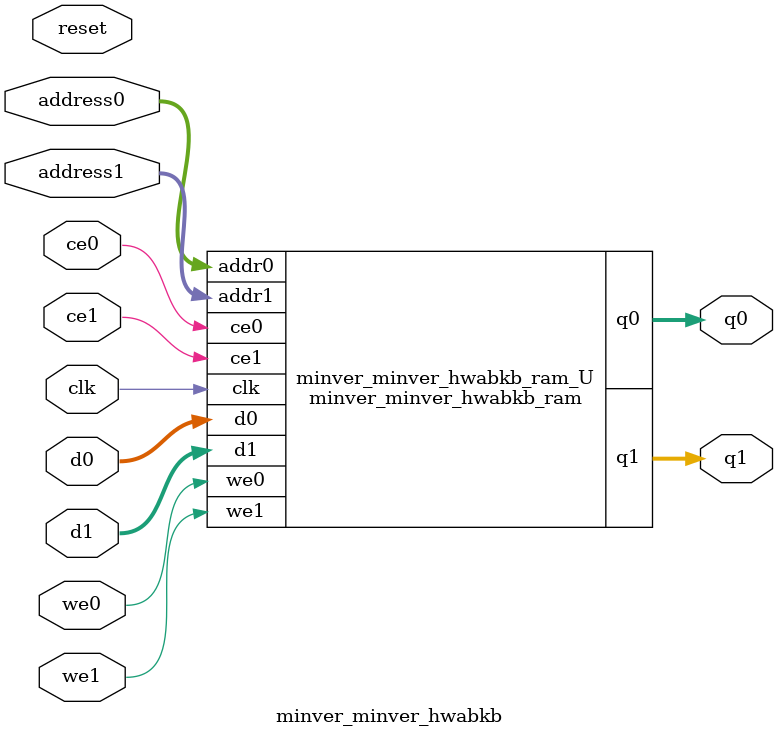
<source format=v>

`timescale 1 ns / 1 ps
module minver_minver_hwabkb_ram (addr0, ce0, d0, we0, q0, addr1, ce1, d1, we1, q1,  clk);

parameter DWIDTH = 9;
parameter AWIDTH = 9;
parameter MEM_SIZE = 500;

input[AWIDTH-1:0] addr0;
input ce0;
input[DWIDTH-1:0] d0;
input we0;
output reg[DWIDTH-1:0] q0;
input[AWIDTH-1:0] addr1;
input ce1;
input[DWIDTH-1:0] d1;
input we1;
output reg[DWIDTH-1:0] q1;
input clk;

(* ram_style = "block" *)reg [DWIDTH-1:0] ram[0:MEM_SIZE-1];




always @(posedge clk)  
begin 
    if (ce0) 
    begin
        if (we0) 
        begin 
            ram[addr0] <= d0; 
            q0 <= d0;
        end 
        else 
            q0 <= ram[addr0];
    end
end


always @(posedge clk)  
begin 
    if (ce1) 
    begin
        if (we1) 
        begin 
            ram[addr1] <= d1; 
            q1 <= d1;
        end 
        else 
            q1 <= ram[addr1];
    end
end


endmodule


`timescale 1 ns / 1 ps
module minver_minver_hwabkb(
    reset,
    clk,
    address0,
    ce0,
    we0,
    d0,
    q0,
    address1,
    ce1,
    we1,
    d1,
    q1);

parameter DataWidth = 32'd9;
parameter AddressRange = 32'd500;
parameter AddressWidth = 32'd9;
input reset;
input clk;
input[AddressWidth - 1:0] address0;
input ce0;
input we0;
input[DataWidth - 1:0] d0;
output[DataWidth - 1:0] q0;
input[AddressWidth - 1:0] address1;
input ce1;
input we1;
input[DataWidth - 1:0] d1;
output[DataWidth - 1:0] q1;



minver_minver_hwabkb_ram minver_minver_hwabkb_ram_U(
    .clk( clk ),
    .addr0( address0 ),
    .ce0( ce0 ),
    .d0( d0 ),
    .we0( we0 ),
    .q0( q0 ),
    .addr1( address1 ),
    .ce1( ce1 ),
    .d1( d1 ),
    .we1( we1 ),
    .q1( q1 ));

endmodule


</source>
